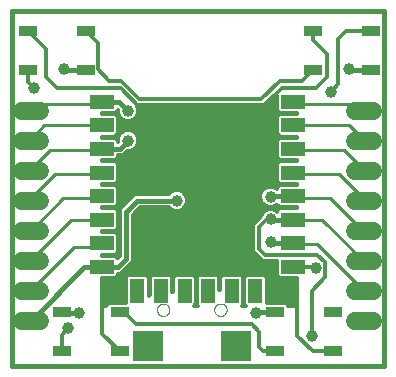
<source format=gtl>
G75*
%MOIN*%
%OFA0B0*%
%FSLAX25Y25*%
%IPPOS*%
%LPD*%
%AMOC8*
5,1,8,0,0,1.08239X$1,22.5*
%
%ADD10C,0.01600*%
%ADD11R,0.07874X0.04724*%
%ADD12R,0.04724X0.07874*%
%ADD13R,0.10000X0.10000*%
%ADD14C,0.00000*%
%ADD15C,0.06000*%
%ADD16R,0.05906X0.03543*%
%ADD17C,0.03962*%
%ADD18C,0.01200*%
%ADD19C,0.01000*%
D10*
X0008250Y0005000D02*
X0008250Y0123110D01*
X0132266Y0123110D01*
X0132266Y0005000D01*
X0008250Y0005000D01*
X0014500Y0020000D02*
X0032374Y0037874D01*
X0038250Y0037874D01*
X0043624Y0037874D01*
X0046375Y0040625D01*
X0046375Y0056250D01*
X0050125Y0060000D01*
X0063250Y0060000D01*
X0044244Y0077244D02*
X0047000Y0080000D01*
X0044244Y0077244D02*
X0038250Y0077244D01*
X0047000Y0090000D02*
X0044008Y0092992D01*
X0038250Y0092992D01*
X0032896Y0103504D02*
X0025996Y0103504D01*
X0025750Y0103750D01*
X0094500Y0061250D02*
X0094746Y0061496D01*
X0102030Y0061496D01*
X0102030Y0053622D02*
X0094628Y0053622D01*
X0094500Y0053750D01*
X0094500Y0046250D02*
X0095002Y0045748D01*
X0102030Y0045748D01*
X0096104Y0022746D02*
X0089746Y0022746D01*
X0089500Y0022500D01*
X0038250Y0045000D02*
X0038250Y0045748D01*
X0024854Y0022746D02*
X0025100Y0022500D01*
X0030750Y0022500D01*
X0120750Y0103750D02*
X0120996Y0103504D01*
X0127896Y0103504D01*
D11*
X0102030Y0092992D03*
X0102030Y0085118D03*
X0102030Y0077244D03*
X0102030Y0069370D03*
X0102030Y0061496D03*
X0102030Y0053622D03*
X0102030Y0045748D03*
X0102030Y0037874D03*
X0038250Y0037874D03*
X0038250Y0045748D03*
X0038250Y0053622D03*
X0038250Y0061496D03*
X0038250Y0069370D03*
X0038250Y0077244D03*
X0038250Y0085118D03*
X0038250Y0092992D03*
D12*
X0050061Y0030000D03*
X0057935Y0030000D03*
X0065809Y0030000D03*
X0073683Y0030000D03*
X0081557Y0030000D03*
X0089431Y0030000D03*
D13*
X0082915Y0011693D03*
X0053585Y0011693D03*
D14*
X0056636Y0023622D02*
X0056638Y0023713D01*
X0056644Y0023803D01*
X0056654Y0023894D01*
X0056668Y0023983D01*
X0056686Y0024072D01*
X0056707Y0024161D01*
X0056733Y0024248D01*
X0056762Y0024334D01*
X0056796Y0024418D01*
X0056832Y0024501D01*
X0056873Y0024583D01*
X0056917Y0024662D01*
X0056964Y0024740D01*
X0057015Y0024815D01*
X0057069Y0024888D01*
X0057126Y0024958D01*
X0057186Y0025026D01*
X0057249Y0025092D01*
X0057315Y0025154D01*
X0057384Y0025213D01*
X0057455Y0025270D01*
X0057529Y0025323D01*
X0057605Y0025373D01*
X0057683Y0025420D01*
X0057763Y0025463D01*
X0057844Y0025502D01*
X0057928Y0025538D01*
X0058013Y0025570D01*
X0058099Y0025599D01*
X0058186Y0025623D01*
X0058275Y0025644D01*
X0058364Y0025661D01*
X0058454Y0025674D01*
X0058544Y0025683D01*
X0058635Y0025688D01*
X0058726Y0025689D01*
X0058816Y0025686D01*
X0058907Y0025679D01*
X0058997Y0025668D01*
X0059087Y0025653D01*
X0059176Y0025634D01*
X0059264Y0025612D01*
X0059350Y0025585D01*
X0059436Y0025555D01*
X0059520Y0025521D01*
X0059603Y0025483D01*
X0059684Y0025442D01*
X0059763Y0025397D01*
X0059840Y0025348D01*
X0059914Y0025297D01*
X0059987Y0025242D01*
X0060057Y0025184D01*
X0060124Y0025123D01*
X0060188Y0025059D01*
X0060250Y0024993D01*
X0060309Y0024923D01*
X0060364Y0024852D01*
X0060417Y0024777D01*
X0060466Y0024701D01*
X0060512Y0024623D01*
X0060554Y0024542D01*
X0060593Y0024460D01*
X0060628Y0024376D01*
X0060659Y0024291D01*
X0060686Y0024204D01*
X0060710Y0024117D01*
X0060730Y0024028D01*
X0060746Y0023939D01*
X0060758Y0023849D01*
X0060766Y0023758D01*
X0060770Y0023667D01*
X0060770Y0023577D01*
X0060766Y0023486D01*
X0060758Y0023395D01*
X0060746Y0023305D01*
X0060730Y0023216D01*
X0060710Y0023127D01*
X0060686Y0023040D01*
X0060659Y0022953D01*
X0060628Y0022868D01*
X0060593Y0022784D01*
X0060554Y0022702D01*
X0060512Y0022621D01*
X0060466Y0022543D01*
X0060417Y0022467D01*
X0060364Y0022392D01*
X0060309Y0022321D01*
X0060250Y0022251D01*
X0060188Y0022185D01*
X0060124Y0022121D01*
X0060057Y0022060D01*
X0059987Y0022002D01*
X0059914Y0021947D01*
X0059840Y0021896D01*
X0059763Y0021847D01*
X0059684Y0021802D01*
X0059603Y0021761D01*
X0059520Y0021723D01*
X0059436Y0021689D01*
X0059350Y0021659D01*
X0059264Y0021632D01*
X0059176Y0021610D01*
X0059087Y0021591D01*
X0058997Y0021576D01*
X0058907Y0021565D01*
X0058816Y0021558D01*
X0058726Y0021555D01*
X0058635Y0021556D01*
X0058544Y0021561D01*
X0058454Y0021570D01*
X0058364Y0021583D01*
X0058275Y0021600D01*
X0058186Y0021621D01*
X0058099Y0021645D01*
X0058013Y0021674D01*
X0057928Y0021706D01*
X0057844Y0021742D01*
X0057763Y0021781D01*
X0057683Y0021824D01*
X0057605Y0021871D01*
X0057529Y0021921D01*
X0057455Y0021974D01*
X0057384Y0022031D01*
X0057315Y0022090D01*
X0057249Y0022152D01*
X0057186Y0022218D01*
X0057126Y0022286D01*
X0057069Y0022356D01*
X0057015Y0022429D01*
X0056964Y0022504D01*
X0056917Y0022582D01*
X0056873Y0022661D01*
X0056832Y0022743D01*
X0056796Y0022826D01*
X0056762Y0022910D01*
X0056733Y0022996D01*
X0056707Y0023083D01*
X0056686Y0023172D01*
X0056668Y0023261D01*
X0056654Y0023350D01*
X0056644Y0023441D01*
X0056638Y0023531D01*
X0056636Y0023622D01*
X0075730Y0023622D02*
X0075732Y0023713D01*
X0075738Y0023803D01*
X0075748Y0023894D01*
X0075762Y0023983D01*
X0075780Y0024072D01*
X0075801Y0024161D01*
X0075827Y0024248D01*
X0075856Y0024334D01*
X0075890Y0024418D01*
X0075926Y0024501D01*
X0075967Y0024583D01*
X0076011Y0024662D01*
X0076058Y0024740D01*
X0076109Y0024815D01*
X0076163Y0024888D01*
X0076220Y0024958D01*
X0076280Y0025026D01*
X0076343Y0025092D01*
X0076409Y0025154D01*
X0076478Y0025213D01*
X0076549Y0025270D01*
X0076623Y0025323D01*
X0076699Y0025373D01*
X0076777Y0025420D01*
X0076857Y0025463D01*
X0076938Y0025502D01*
X0077022Y0025538D01*
X0077107Y0025570D01*
X0077193Y0025599D01*
X0077280Y0025623D01*
X0077369Y0025644D01*
X0077458Y0025661D01*
X0077548Y0025674D01*
X0077638Y0025683D01*
X0077729Y0025688D01*
X0077820Y0025689D01*
X0077910Y0025686D01*
X0078001Y0025679D01*
X0078091Y0025668D01*
X0078181Y0025653D01*
X0078270Y0025634D01*
X0078358Y0025612D01*
X0078444Y0025585D01*
X0078530Y0025555D01*
X0078614Y0025521D01*
X0078697Y0025483D01*
X0078778Y0025442D01*
X0078857Y0025397D01*
X0078934Y0025348D01*
X0079008Y0025297D01*
X0079081Y0025242D01*
X0079151Y0025184D01*
X0079218Y0025123D01*
X0079282Y0025059D01*
X0079344Y0024993D01*
X0079403Y0024923D01*
X0079458Y0024852D01*
X0079511Y0024777D01*
X0079560Y0024701D01*
X0079606Y0024623D01*
X0079648Y0024542D01*
X0079687Y0024460D01*
X0079722Y0024376D01*
X0079753Y0024291D01*
X0079780Y0024204D01*
X0079804Y0024117D01*
X0079824Y0024028D01*
X0079840Y0023939D01*
X0079852Y0023849D01*
X0079860Y0023758D01*
X0079864Y0023667D01*
X0079864Y0023577D01*
X0079860Y0023486D01*
X0079852Y0023395D01*
X0079840Y0023305D01*
X0079824Y0023216D01*
X0079804Y0023127D01*
X0079780Y0023040D01*
X0079753Y0022953D01*
X0079722Y0022868D01*
X0079687Y0022784D01*
X0079648Y0022702D01*
X0079606Y0022621D01*
X0079560Y0022543D01*
X0079511Y0022467D01*
X0079458Y0022392D01*
X0079403Y0022321D01*
X0079344Y0022251D01*
X0079282Y0022185D01*
X0079218Y0022121D01*
X0079151Y0022060D01*
X0079081Y0022002D01*
X0079008Y0021947D01*
X0078934Y0021896D01*
X0078857Y0021847D01*
X0078778Y0021802D01*
X0078697Y0021761D01*
X0078614Y0021723D01*
X0078530Y0021689D01*
X0078444Y0021659D01*
X0078358Y0021632D01*
X0078270Y0021610D01*
X0078181Y0021591D01*
X0078091Y0021576D01*
X0078001Y0021565D01*
X0077910Y0021558D01*
X0077820Y0021555D01*
X0077729Y0021556D01*
X0077638Y0021561D01*
X0077548Y0021570D01*
X0077458Y0021583D01*
X0077369Y0021600D01*
X0077280Y0021621D01*
X0077193Y0021645D01*
X0077107Y0021674D01*
X0077022Y0021706D01*
X0076938Y0021742D01*
X0076857Y0021781D01*
X0076777Y0021824D01*
X0076699Y0021871D01*
X0076623Y0021921D01*
X0076549Y0021974D01*
X0076478Y0022031D01*
X0076409Y0022090D01*
X0076343Y0022152D01*
X0076280Y0022218D01*
X0076220Y0022286D01*
X0076163Y0022356D01*
X0076109Y0022429D01*
X0076058Y0022504D01*
X0076011Y0022582D01*
X0075967Y0022661D01*
X0075926Y0022743D01*
X0075890Y0022826D01*
X0075856Y0022910D01*
X0075827Y0022996D01*
X0075801Y0023083D01*
X0075780Y0023172D01*
X0075762Y0023261D01*
X0075748Y0023350D01*
X0075738Y0023441D01*
X0075732Y0023531D01*
X0075730Y0023622D01*
D15*
X0122750Y0020000D02*
X0128750Y0020000D01*
X0128750Y0030000D02*
X0122750Y0030000D01*
X0122750Y0040000D02*
X0128750Y0040000D01*
X0128750Y0050000D02*
X0122750Y0050000D01*
X0122750Y0060000D02*
X0128750Y0060000D01*
X0128750Y0070000D02*
X0122750Y0070000D01*
X0122750Y0080000D02*
X0128750Y0080000D01*
X0128750Y0090000D02*
X0122750Y0090000D01*
X0017500Y0090000D02*
X0011500Y0090000D01*
X0011500Y0080000D02*
X0017500Y0080000D01*
X0017500Y0070000D02*
X0011500Y0070000D01*
X0011500Y0060000D02*
X0017500Y0060000D01*
X0017500Y0050000D02*
X0011500Y0050000D01*
X0011500Y0040000D02*
X0017500Y0040000D01*
X0017500Y0030000D02*
X0011500Y0030000D01*
X0011500Y0020000D02*
X0017500Y0020000D01*
D16*
X0024854Y0022746D03*
X0024854Y0009754D03*
X0044146Y0009754D03*
X0044146Y0022746D03*
X0096104Y0022746D03*
X0096104Y0009754D03*
X0115396Y0009754D03*
X0115396Y0022746D03*
X0108604Y0103504D03*
X0108604Y0116496D03*
X0127896Y0116496D03*
X0127896Y0103504D03*
X0032896Y0103504D03*
X0032896Y0116496D03*
X0013604Y0116496D03*
X0013604Y0103504D03*
D17*
X0015750Y0097500D03*
X0025750Y0103750D03*
X0047000Y0090000D03*
X0047000Y0080000D03*
X0063250Y0060000D03*
X0080750Y0051250D03*
X0094500Y0053750D03*
X0094500Y0046250D03*
X0109500Y0037500D03*
X0089500Y0022500D03*
X0108250Y0015000D03*
X0094500Y0061250D03*
X0114500Y0096250D03*
X0120750Y0103750D03*
X0030750Y0022500D03*
X0027000Y0017500D03*
D18*
X0024854Y0015354D01*
X0024854Y0009754D01*
X0038250Y0015650D02*
X0038250Y0027500D01*
X0046375Y0035625D01*
X0053875Y0035625D01*
X0069500Y0051250D01*
X0080750Y0051250D01*
X0080750Y0048125D01*
X0103250Y0025625D01*
X0103250Y0015000D01*
X0108496Y0009754D01*
X0115396Y0009754D01*
X0108250Y0015000D02*
X0108250Y0030000D01*
X0112625Y0034375D01*
X0112625Y0039375D01*
X0110125Y0041875D01*
X0092625Y0041875D01*
X0090750Y0043750D01*
X0090750Y0051250D01*
X0093250Y0053750D01*
X0094500Y0053750D01*
X0096693Y0056339D02*
X0096415Y0056616D01*
X0095173Y0057131D01*
X0093827Y0057131D01*
X0092585Y0056616D01*
X0091634Y0055665D01*
X0091136Y0054465D01*
X0089922Y0053250D01*
X0088750Y0052078D01*
X0088750Y0042922D01*
X0090625Y0041047D01*
X0091797Y0039875D01*
X0096693Y0039875D01*
X0096693Y0034932D01*
X0097513Y0034112D01*
X0103250Y0034112D01*
X0103250Y0025000D01*
X0100457Y0025000D01*
X0100457Y0025098D01*
X0099637Y0025918D01*
X0093193Y0025918D01*
X0093193Y0034517D01*
X0092373Y0035337D01*
X0086489Y0035337D01*
X0085669Y0034517D01*
X0085669Y0025483D01*
X0086152Y0025000D01*
X0084836Y0025000D01*
X0085319Y0025483D01*
X0085319Y0034517D01*
X0084499Y0035337D01*
X0078615Y0035337D01*
X0077795Y0034517D01*
X0077795Y0030289D01*
X0077445Y0030289D01*
X0077445Y0034517D01*
X0076625Y0035337D01*
X0070741Y0035337D01*
X0069921Y0034517D01*
X0069921Y0025483D01*
X0070404Y0025000D01*
X0069088Y0025000D01*
X0069571Y0025483D01*
X0069571Y0034517D01*
X0068751Y0035337D01*
X0062867Y0035337D01*
X0062047Y0034517D01*
X0062047Y0029453D01*
X0061697Y0029598D01*
X0061697Y0034517D01*
X0060877Y0035337D01*
X0054993Y0035337D01*
X0054173Y0034517D01*
X0054173Y0028521D01*
X0053823Y0028171D01*
X0053823Y0034517D01*
X0053003Y0035337D01*
X0047119Y0035337D01*
X0046299Y0034517D01*
X0046299Y0025918D01*
X0040613Y0025918D01*
X0039793Y0025098D01*
X0039793Y0025000D01*
X0038250Y0025000D01*
X0038250Y0034112D01*
X0042767Y0034112D01*
X0043587Y0034932D01*
X0043587Y0035674D01*
X0044535Y0035674D01*
X0047286Y0038425D01*
X0048575Y0039714D01*
X0048575Y0055339D01*
X0051036Y0057800D01*
X0060668Y0057800D01*
X0061335Y0057134D01*
X0062577Y0056619D01*
X0063923Y0056619D01*
X0065165Y0057134D01*
X0066116Y0058085D01*
X0066631Y0059327D01*
X0066631Y0060673D01*
X0066116Y0061915D01*
X0065165Y0062866D01*
X0063923Y0063381D01*
X0062577Y0063381D01*
X0061335Y0062866D01*
X0060668Y0062200D01*
X0049214Y0062200D01*
X0047925Y0060911D01*
X0044175Y0057161D01*
X0044175Y0041536D01*
X0043521Y0040882D01*
X0042767Y0041636D01*
X0038250Y0041636D01*
X0038250Y0041986D01*
X0042767Y0041986D01*
X0043587Y0042806D01*
X0043587Y0048690D01*
X0042767Y0049510D01*
X0038250Y0049510D01*
X0038250Y0049860D01*
X0042767Y0049860D01*
X0043587Y0050680D01*
X0043587Y0056564D01*
X0042767Y0057384D01*
X0038250Y0057384D01*
X0038250Y0057734D01*
X0042767Y0057734D01*
X0043587Y0058554D01*
X0043587Y0064438D01*
X0042767Y0065258D01*
X0038250Y0065258D01*
X0038250Y0065608D01*
X0042767Y0065608D01*
X0043587Y0066428D01*
X0043587Y0072312D01*
X0042767Y0073132D01*
X0038250Y0073132D01*
X0038250Y0073482D01*
X0042767Y0073482D01*
X0043587Y0074302D01*
X0043587Y0075044D01*
X0045155Y0075044D01*
X0046730Y0076619D01*
X0047673Y0076619D01*
X0048915Y0077134D01*
X0049866Y0078085D01*
X0050381Y0079327D01*
X0050381Y0080673D01*
X0049866Y0081915D01*
X0048915Y0082866D01*
X0047673Y0083381D01*
X0046327Y0083381D01*
X0045085Y0082866D01*
X0044134Y0081915D01*
X0043619Y0080673D01*
X0043619Y0079730D01*
X0043587Y0079698D01*
X0043587Y0080186D01*
X0042767Y0081006D01*
X0038250Y0081006D01*
X0038250Y0081356D01*
X0042767Y0081356D01*
X0043587Y0082176D01*
X0043587Y0088060D01*
X0042767Y0088880D01*
X0038250Y0088880D01*
X0038250Y0089230D01*
X0042767Y0089230D01*
X0043587Y0090050D01*
X0043587Y0090302D01*
X0043619Y0090270D01*
X0043619Y0089327D01*
X0044134Y0088085D01*
X0045085Y0087134D01*
X0046327Y0086619D01*
X0047673Y0086619D01*
X0048915Y0087134D01*
X0049866Y0088085D01*
X0050381Y0089327D01*
X0050381Y0090673D01*
X0049935Y0091750D01*
X0092203Y0091750D01*
X0095453Y0095000D01*
X0096693Y0095000D01*
X0096693Y0090050D01*
X0097513Y0089230D01*
X0103250Y0089230D01*
X0103250Y0088880D01*
X0097513Y0088880D01*
X0096693Y0088060D01*
X0096693Y0082176D01*
X0097513Y0081356D01*
X0103250Y0081356D01*
X0103250Y0081006D01*
X0097513Y0081006D01*
X0096693Y0080186D01*
X0096693Y0074302D01*
X0097513Y0073482D01*
X0103250Y0073482D01*
X0103250Y0073132D01*
X0097513Y0073132D01*
X0096693Y0072312D01*
X0096693Y0066428D01*
X0097513Y0065608D01*
X0103250Y0065608D01*
X0103250Y0065258D01*
X0097513Y0065258D01*
X0096693Y0064438D01*
X0096693Y0063839D01*
X0096415Y0064116D01*
X0095173Y0064631D01*
X0093827Y0064631D01*
X0092585Y0064116D01*
X0091634Y0063165D01*
X0091119Y0061923D01*
X0091119Y0060577D01*
X0091634Y0059335D01*
X0092585Y0058384D01*
X0093827Y0057869D01*
X0095173Y0057869D01*
X0096415Y0058384D01*
X0096693Y0058661D01*
X0096693Y0058554D01*
X0097513Y0057734D01*
X0103250Y0057734D01*
X0103250Y0057384D01*
X0097513Y0057384D01*
X0096693Y0056564D01*
X0096693Y0056339D01*
X0096693Y0056536D02*
X0096496Y0056536D01*
X0097512Y0057734D02*
X0065766Y0057734D01*
X0066468Y0058933D02*
X0092035Y0058933D01*
X0091304Y0060132D02*
X0066631Y0060132D01*
X0066359Y0061330D02*
X0091119Y0061330D01*
X0091370Y0062529D02*
X0065503Y0062529D01*
X0060997Y0062529D02*
X0043587Y0062529D01*
X0043587Y0063727D02*
X0092195Y0063727D01*
X0093250Y0067500D02*
X0093250Y0092500D01*
X0098250Y0097500D01*
X0109500Y0097500D01*
X0113250Y0101250D01*
X0113250Y0108750D01*
X0108604Y0113396D01*
X0108604Y0116496D01*
X0117000Y0113750D02*
X0117000Y0098750D01*
X0114500Y0096250D01*
X0108604Y0103504D02*
X0105100Y0100000D01*
X0097625Y0100000D01*
X0091375Y0093750D01*
X0050750Y0093750D01*
X0044500Y0100000D01*
X0040750Y0100000D01*
X0037000Y0103750D01*
X0037000Y0112392D01*
X0032896Y0116496D01*
X0019500Y0110600D02*
X0019500Y0101250D01*
X0023250Y0097500D01*
X0044500Y0097500D01*
X0050750Y0091250D01*
X0050750Y0070000D01*
X0057000Y0063750D01*
X0070750Y0063750D01*
X0080750Y0053750D01*
X0080750Y0051250D01*
X0080750Y0053750D02*
X0080750Y0055000D01*
X0093250Y0067500D01*
X0096693Y0067323D02*
X0043587Y0067323D01*
X0043587Y0068521D02*
X0096693Y0068521D01*
X0096693Y0069720D02*
X0043587Y0069720D01*
X0043587Y0070918D02*
X0096693Y0070918D01*
X0096693Y0072117D02*
X0043587Y0072117D01*
X0043587Y0074514D02*
X0096693Y0074514D01*
X0096693Y0075712D02*
X0045823Y0075712D01*
X0048377Y0076911D02*
X0096693Y0076911D01*
X0096693Y0078109D02*
X0049876Y0078109D01*
X0050373Y0079308D02*
X0096693Y0079308D01*
X0097013Y0080506D02*
X0050381Y0080506D01*
X0049954Y0081705D02*
X0097164Y0081705D01*
X0096693Y0082903D02*
X0048826Y0082903D01*
X0045174Y0082903D02*
X0043587Y0082903D01*
X0043587Y0084102D02*
X0096693Y0084102D01*
X0096693Y0085300D02*
X0043587Y0085300D01*
X0043587Y0086499D02*
X0096693Y0086499D01*
X0096693Y0087697D02*
X0049479Y0087697D01*
X0050202Y0088896D02*
X0103250Y0088896D01*
X0096693Y0090094D02*
X0050381Y0090094D01*
X0050124Y0091293D02*
X0096693Y0091293D01*
X0096693Y0092491D02*
X0092945Y0092491D01*
X0094143Y0093690D02*
X0096693Y0093690D01*
X0096693Y0094888D02*
X0095342Y0094888D01*
X0117000Y0113750D02*
X0119746Y0116496D01*
X0127896Y0116496D01*
X0103250Y0073315D02*
X0038250Y0073315D01*
X0043267Y0080506D02*
X0043619Y0080506D01*
X0044046Y0081705D02*
X0043116Y0081705D01*
X0043587Y0087697D02*
X0044521Y0087697D01*
X0043798Y0088896D02*
X0038250Y0088896D01*
X0043587Y0090094D02*
X0043619Y0090094D01*
X0019500Y0110600D02*
X0013604Y0116496D01*
X0013604Y0103504D02*
X0013604Y0099646D01*
X0015750Y0097500D01*
X0043283Y0066124D02*
X0096996Y0066124D01*
X0097180Y0064926D02*
X0043100Y0064926D01*
X0043587Y0061330D02*
X0048344Y0061330D01*
X0047145Y0060132D02*
X0043587Y0060132D01*
X0043587Y0058933D02*
X0045947Y0058933D01*
X0044748Y0057734D02*
X0042768Y0057734D01*
X0043587Y0056536D02*
X0044175Y0056536D01*
X0044175Y0055337D02*
X0043587Y0055337D01*
X0043587Y0054139D02*
X0044175Y0054139D01*
X0044175Y0052940D02*
X0043587Y0052940D01*
X0043587Y0051742D02*
X0044175Y0051742D01*
X0044175Y0050543D02*
X0043450Y0050543D01*
X0042932Y0049345D02*
X0044175Y0049345D01*
X0044175Y0048146D02*
X0043587Y0048146D01*
X0043587Y0046948D02*
X0044175Y0046948D01*
X0044175Y0045749D02*
X0043587Y0045749D01*
X0043587Y0044551D02*
X0044175Y0044551D01*
X0044175Y0043352D02*
X0043587Y0043352D01*
X0044175Y0042154D02*
X0042935Y0042154D01*
X0043448Y0040955D02*
X0043594Y0040955D01*
X0047420Y0038558D02*
X0096693Y0038558D01*
X0096693Y0037360D02*
X0046221Y0037360D01*
X0045023Y0036161D02*
X0096693Y0036161D01*
X0096693Y0034963D02*
X0092747Y0034963D01*
X0093193Y0033764D02*
X0103250Y0033764D01*
X0103250Y0032566D02*
X0093193Y0032566D01*
X0093193Y0031367D02*
X0103250Y0031367D01*
X0103250Y0030169D02*
X0093193Y0030169D01*
X0093193Y0028970D02*
X0103250Y0028970D01*
X0103250Y0027772D02*
X0093193Y0027772D01*
X0093193Y0026573D02*
X0103250Y0026573D01*
X0103250Y0025375D02*
X0100180Y0025375D01*
X0090750Y0016250D02*
X0088250Y0018750D01*
X0049500Y0018750D01*
X0045504Y0022746D01*
X0044146Y0022746D01*
X0046299Y0026573D02*
X0038250Y0026573D01*
X0038250Y0025375D02*
X0040070Y0025375D01*
X0038250Y0027772D02*
X0046299Y0027772D01*
X0046299Y0028970D02*
X0038250Y0028970D01*
X0038250Y0030169D02*
X0046299Y0030169D01*
X0046299Y0031367D02*
X0038250Y0031367D01*
X0038250Y0032566D02*
X0046299Y0032566D01*
X0046299Y0033764D02*
X0038250Y0033764D01*
X0043587Y0034963D02*
X0046745Y0034963D01*
X0048575Y0039757D02*
X0096693Y0039757D01*
X0090716Y0040955D02*
X0048575Y0040955D01*
X0048575Y0042154D02*
X0089518Y0042154D01*
X0088750Y0043352D02*
X0048575Y0043352D01*
X0048575Y0044551D02*
X0088750Y0044551D01*
X0088750Y0045749D02*
X0048575Y0045749D01*
X0048575Y0046948D02*
X0088750Y0046948D01*
X0088750Y0048146D02*
X0048575Y0048146D01*
X0048575Y0049345D02*
X0088750Y0049345D01*
X0088750Y0050543D02*
X0048575Y0050543D01*
X0048575Y0051742D02*
X0088750Y0051742D01*
X0089612Y0052940D02*
X0048575Y0052940D01*
X0048575Y0054139D02*
X0090811Y0054139D01*
X0091498Y0055337D02*
X0048575Y0055337D01*
X0049772Y0056536D02*
X0092504Y0056536D01*
X0102030Y0037874D02*
X0109126Y0037874D01*
X0109500Y0037500D01*
X0086115Y0034963D02*
X0084873Y0034963D01*
X0085319Y0033764D02*
X0085669Y0033764D01*
X0085669Y0032566D02*
X0085319Y0032566D01*
X0085319Y0031367D02*
X0085669Y0031367D01*
X0085669Y0030169D02*
X0085319Y0030169D01*
X0085319Y0028970D02*
X0085669Y0028970D01*
X0085669Y0027772D02*
X0085319Y0027772D01*
X0085319Y0026573D02*
X0085669Y0026573D01*
X0085777Y0025375D02*
X0085211Y0025375D01*
X0077795Y0031367D02*
X0077445Y0031367D01*
X0077445Y0032566D02*
X0077795Y0032566D01*
X0077795Y0033764D02*
X0077445Y0033764D01*
X0076999Y0034963D02*
X0078241Y0034963D01*
X0070367Y0034963D02*
X0069125Y0034963D01*
X0069571Y0033764D02*
X0069921Y0033764D01*
X0069921Y0032566D02*
X0069571Y0032566D01*
X0069571Y0031367D02*
X0069921Y0031367D01*
X0069921Y0030169D02*
X0069571Y0030169D01*
X0069571Y0028970D02*
X0069921Y0028970D01*
X0069921Y0027772D02*
X0069571Y0027772D01*
X0069571Y0026573D02*
X0069921Y0026573D01*
X0070029Y0025375D02*
X0069463Y0025375D01*
X0062047Y0030169D02*
X0061697Y0030169D01*
X0061697Y0031367D02*
X0062047Y0031367D01*
X0062047Y0032566D02*
X0061697Y0032566D01*
X0061697Y0033764D02*
X0062047Y0033764D01*
X0062493Y0034963D02*
X0061251Y0034963D01*
X0054619Y0034963D02*
X0053377Y0034963D01*
X0053823Y0033764D02*
X0054173Y0033764D01*
X0054173Y0032566D02*
X0053823Y0032566D01*
X0053823Y0031367D02*
X0054173Y0031367D01*
X0054173Y0030169D02*
X0053823Y0030169D01*
X0053823Y0028970D02*
X0054173Y0028970D01*
X0038250Y0015650D02*
X0044146Y0009754D01*
X0090750Y0011250D02*
X0092000Y0010000D01*
X0095858Y0010000D01*
X0096104Y0009754D01*
X0090750Y0011250D02*
X0090750Y0016250D01*
X0060734Y0057734D02*
X0050971Y0057734D01*
D19*
X0038250Y0061496D02*
X0037950Y0060800D01*
X0025350Y0060800D01*
X0014550Y0050000D01*
X0014500Y0050000D01*
X0014550Y0040100D02*
X0014500Y0040000D01*
X0014550Y0040100D02*
X0028050Y0053600D01*
X0037950Y0053600D01*
X0038250Y0053622D01*
X0038250Y0045748D02*
X0037950Y0044600D01*
X0028950Y0044600D01*
X0014550Y0030200D01*
X0014500Y0030000D01*
X0014500Y0060000D02*
X0014550Y0060800D01*
X0022650Y0068900D01*
X0037950Y0068900D01*
X0038250Y0069370D01*
X0037950Y0077000D02*
X0038250Y0077244D01*
X0037950Y0077000D02*
X0020850Y0077000D01*
X0014550Y0070700D01*
X0014500Y0070000D01*
X0014500Y0080000D02*
X0014550Y0080600D01*
X0019050Y0085100D01*
X0037950Y0085100D01*
X0038250Y0085118D01*
X0037950Y0092300D02*
X0038250Y0092992D01*
X0037950Y0092300D02*
X0016350Y0092300D01*
X0014550Y0090500D01*
X0014500Y0090000D01*
X0102030Y0092992D02*
X0102750Y0092300D01*
X0123450Y0092300D01*
X0125750Y0090000D01*
X0120750Y0085100D02*
X0125250Y0080600D01*
X0125750Y0080000D01*
X0120750Y0085100D02*
X0102750Y0085100D01*
X0102030Y0085118D01*
X0102030Y0077244D02*
X0102750Y0077000D01*
X0118950Y0077000D01*
X0125250Y0070700D01*
X0125750Y0070000D01*
X0117150Y0068900D02*
X0125250Y0060800D01*
X0125750Y0060000D01*
X0125250Y0050000D02*
X0114450Y0060800D01*
X0102750Y0060800D01*
X0102030Y0061496D01*
X0102750Y0068900D02*
X0102030Y0069370D01*
X0102750Y0068900D02*
X0117150Y0068900D01*
X0111750Y0053600D02*
X0102750Y0053600D01*
X0102030Y0053622D01*
X0111750Y0053600D02*
X0125250Y0040100D01*
X0125750Y0040000D01*
X0125250Y0030200D02*
X0125750Y0030000D01*
X0125250Y0030200D02*
X0109950Y0045500D01*
X0102750Y0045500D01*
X0102030Y0045748D01*
X0125250Y0050000D02*
X0125750Y0050000D01*
M02*

</source>
